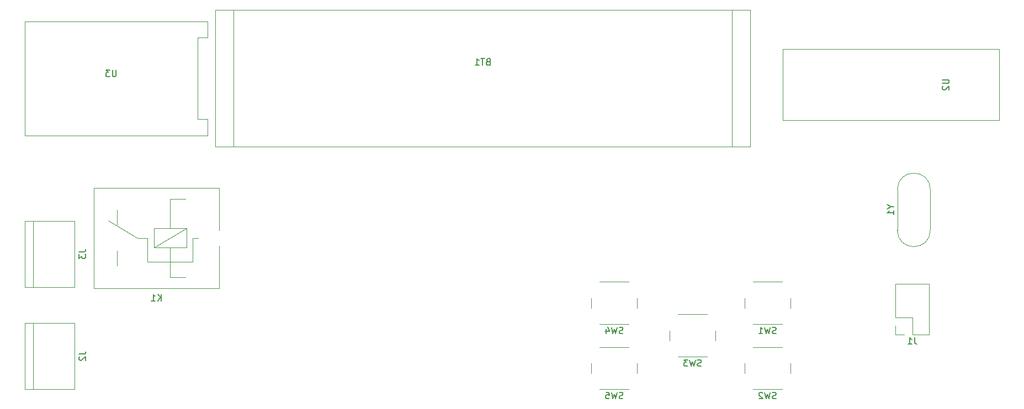
<source format=gbo>
G04 #@! TF.GenerationSoftware,KiCad,Pcbnew,5.1.5+dfsg1-2build2*
G04 #@! TF.CreationDate,2021-09-24T15:23:35+02:00*
G04 #@! TF.ProjectId,Plant care system,506c616e-7420-4636-9172-652073797374,rev?*
G04 #@! TF.SameCoordinates,Original*
G04 #@! TF.FileFunction,Legend,Bot*
G04 #@! TF.FilePolarity,Positive*
%FSLAX46Y46*%
G04 Gerber Fmt 4.6, Leading zero omitted, Abs format (unit mm)*
G04 Created by KiCad (PCBNEW 5.1.5+dfsg1-2build2) date 2021-09-24 15:23:35*
%MOMM*%
%LPD*%
G04 APERTURE LIST*
%ADD10C,0.120000*%
%ADD11C,0.150000*%
G04 APERTURE END LIST*
D10*
X80350000Y-41500000D02*
X80350000Y-29000000D01*
X81850000Y-41500000D02*
X80350000Y-41500000D01*
X81850000Y-44000000D02*
X81850000Y-41500000D01*
X80350000Y-44000000D02*
X81850000Y-44000000D01*
X81850000Y-29000000D02*
X80350000Y-29000000D01*
X81850000Y-26500000D02*
X81850000Y-29000000D01*
X80350000Y-26500000D02*
X81850000Y-26500000D01*
X53850000Y-26500000D02*
X53850000Y-44000000D01*
X80350000Y-26500000D02*
X53850000Y-26500000D01*
X53850000Y-44000000D02*
X80350000Y-44000000D01*
X165100000Y-24750000D02*
X162350000Y-24750000D01*
X165100000Y-45750000D02*
X165100000Y-24750000D01*
X162350000Y-45750000D02*
X165100000Y-45750000D01*
X83100000Y-24750000D02*
X85850000Y-24750000D01*
X83100000Y-45750000D02*
X83100000Y-24750000D01*
X85850000Y-45750000D02*
X83100000Y-45750000D01*
X85850000Y-24750000D02*
X85850000Y-45750000D01*
X162350000Y-24750000D02*
X85850000Y-24750000D01*
X162350000Y-45750000D02*
X162350000Y-24750000D01*
X85850000Y-45750000D02*
X162350000Y-45750000D01*
X203300000Y-30700000D02*
X170100000Y-30700000D01*
X170100000Y-30700000D02*
X170100000Y-41700000D01*
X170100000Y-41700000D02*
X203300000Y-41700000D01*
X203300000Y-41700000D02*
X203300000Y-30700000D01*
X187370000Y-66840000D02*
X192570000Y-66840000D01*
X187370000Y-71980000D02*
X187370000Y-66840000D01*
X192570000Y-74580000D02*
X192570000Y-66840000D01*
X187370000Y-71980000D02*
X189970000Y-71980000D01*
X189970000Y-71980000D02*
X189970000Y-74580000D01*
X189970000Y-74580000D02*
X192570000Y-74580000D01*
X187370000Y-73250000D02*
X187370000Y-74580000D01*
X187370000Y-74580000D02*
X188700000Y-74580000D01*
X83650000Y-60950000D02*
X83650000Y-67450000D01*
X83650000Y-52050000D02*
X83650000Y-58550000D01*
X83650000Y-52050000D02*
X64450000Y-52050000D01*
X64450000Y-52050000D02*
X64450000Y-67450000D01*
X64450000Y-67450000D02*
X83650000Y-67450000D01*
X67950000Y-64050000D02*
X67950000Y-61750000D01*
X67950000Y-55450000D02*
X67950000Y-57750000D01*
X78450000Y-65750000D02*
X76150000Y-65750000D01*
X79550000Y-59750000D02*
X80450000Y-59750000D01*
X76150000Y-53750000D02*
X78450000Y-53750000D01*
X72650000Y-59750000D02*
X71150000Y-59750000D01*
X71150000Y-59750000D02*
X66650000Y-57050000D01*
X72650000Y-63450000D02*
X79550000Y-63450000D01*
X72650000Y-59750000D02*
X72650000Y-63450000D01*
X79550000Y-59750000D02*
X79550000Y-63450000D01*
X76150000Y-53750000D02*
X76150000Y-58250000D01*
X76150000Y-61250000D02*
X76150000Y-65750000D01*
X73650000Y-61250000D02*
X78650000Y-58250000D01*
X78650000Y-61250000D02*
X78650000Y-58250000D01*
X78650000Y-58250000D02*
X73650000Y-58250000D01*
X73650000Y-58250000D02*
X73650000Y-61250000D01*
X73650000Y-61250000D02*
X78650000Y-61250000D01*
X165500000Y-66500000D02*
X170000000Y-66500000D01*
X164250000Y-70500000D02*
X164250000Y-69000000D01*
X170000000Y-73000000D02*
X165500000Y-73000000D01*
X171250000Y-69000000D02*
X171250000Y-70500000D01*
X171250000Y-79000000D02*
X171250000Y-80500000D01*
X170000000Y-83000000D02*
X165500000Y-83000000D01*
X164250000Y-80500000D02*
X164250000Y-79000000D01*
X165500000Y-76500000D02*
X170000000Y-76500000D01*
X159750000Y-74000000D02*
X159750000Y-75500000D01*
X158500000Y-78000000D02*
X154000000Y-78000000D01*
X152750000Y-75500000D02*
X152750000Y-74000000D01*
X154000000Y-71500000D02*
X158500000Y-71500000D01*
X142000000Y-66500000D02*
X146500000Y-66500000D01*
X140750000Y-70500000D02*
X140750000Y-69000000D01*
X146500000Y-73000000D02*
X142000000Y-73000000D01*
X147750000Y-69000000D02*
X147750000Y-70500000D01*
X142000000Y-76500000D02*
X146500000Y-76500000D01*
X140750000Y-80500000D02*
X140750000Y-79000000D01*
X146500000Y-83000000D02*
X142000000Y-83000000D01*
X147750000Y-79000000D02*
X147750000Y-80500000D01*
X187675000Y-52315000D02*
X187675000Y-58565000D01*
X192725000Y-52315000D02*
X192725000Y-58565000D01*
X192725000Y-52315000D02*
G75*
G03X187675000Y-52315000I-2525000J0D01*
G01*
X192725000Y-58565000D02*
G75*
G02X187675000Y-58565000I-2525000J0D01*
G01*
X55110000Y-72830000D02*
X55110000Y-82990000D01*
X53840000Y-72830000D02*
X61460000Y-72830000D01*
X61460000Y-72830000D02*
X61460000Y-82990000D01*
X61460000Y-82990000D02*
X53840000Y-82990000D01*
X53840000Y-82990000D02*
X53840000Y-72830000D01*
X55110000Y-57130000D02*
X55110000Y-67290000D01*
X53840000Y-57130000D02*
X61460000Y-57130000D01*
X61460000Y-57130000D02*
X61460000Y-67290000D01*
X61460000Y-67290000D02*
X53840000Y-67290000D01*
X53840000Y-67290000D02*
X53840000Y-57130000D01*
D11*
X67861904Y-33952380D02*
X67861904Y-34761904D01*
X67814285Y-34857142D01*
X67766666Y-34904761D01*
X67671428Y-34952380D01*
X67480952Y-34952380D01*
X67385714Y-34904761D01*
X67338095Y-34857142D01*
X67290476Y-34761904D01*
X67290476Y-33952380D01*
X66909523Y-33952380D02*
X66290476Y-33952380D01*
X66623809Y-34333333D01*
X66480952Y-34333333D01*
X66385714Y-34380952D01*
X66338095Y-34428571D01*
X66290476Y-34523809D01*
X66290476Y-34761904D01*
X66338095Y-34857142D01*
X66385714Y-34904761D01*
X66480952Y-34952380D01*
X66766666Y-34952380D01*
X66861904Y-34904761D01*
X66909523Y-34857142D01*
X124885714Y-32678571D02*
X124742857Y-32726190D01*
X124695238Y-32773809D01*
X124647619Y-32869047D01*
X124647619Y-33011904D01*
X124695238Y-33107142D01*
X124742857Y-33154761D01*
X124838095Y-33202380D01*
X125219047Y-33202380D01*
X125219047Y-32202380D01*
X124885714Y-32202380D01*
X124790476Y-32250000D01*
X124742857Y-32297619D01*
X124695238Y-32392857D01*
X124695238Y-32488095D01*
X124742857Y-32583333D01*
X124790476Y-32630952D01*
X124885714Y-32678571D01*
X125219047Y-32678571D01*
X124361904Y-32202380D02*
X123790476Y-32202380D01*
X124076190Y-33202380D02*
X124076190Y-32202380D01*
X122933333Y-33202380D02*
X123504761Y-33202380D01*
X123219047Y-33202380D02*
X123219047Y-32202380D01*
X123314285Y-32345238D01*
X123409523Y-32440476D01*
X123504761Y-32488095D01*
X194602380Y-35438095D02*
X195411904Y-35438095D01*
X195507142Y-35485714D01*
X195554761Y-35533333D01*
X195602380Y-35628571D01*
X195602380Y-35819047D01*
X195554761Y-35914285D01*
X195507142Y-35961904D01*
X195411904Y-36009523D01*
X194602380Y-36009523D01*
X194697619Y-36438095D02*
X194650000Y-36485714D01*
X194602380Y-36580952D01*
X194602380Y-36819047D01*
X194650000Y-36914285D01*
X194697619Y-36961904D01*
X194792857Y-37009523D01*
X194888095Y-37009523D01*
X195030952Y-36961904D01*
X195602380Y-36390476D01*
X195602380Y-37009523D01*
X190303333Y-75032380D02*
X190303333Y-75746666D01*
X190350952Y-75889523D01*
X190446190Y-75984761D01*
X190589047Y-76032380D01*
X190684285Y-76032380D01*
X189303333Y-76032380D02*
X189874761Y-76032380D01*
X189589047Y-76032380D02*
X189589047Y-75032380D01*
X189684285Y-75175238D01*
X189779523Y-75270476D01*
X189874761Y-75318095D01*
X74788095Y-69402380D02*
X74788095Y-68402380D01*
X74216666Y-69402380D02*
X74645238Y-68830952D01*
X74216666Y-68402380D02*
X74788095Y-68973809D01*
X73264285Y-69402380D02*
X73835714Y-69402380D01*
X73550000Y-69402380D02*
X73550000Y-68402380D01*
X73645238Y-68545238D01*
X73740476Y-68640476D01*
X73835714Y-68688095D01*
X169083333Y-74404761D02*
X168940476Y-74452380D01*
X168702380Y-74452380D01*
X168607142Y-74404761D01*
X168559523Y-74357142D01*
X168511904Y-74261904D01*
X168511904Y-74166666D01*
X168559523Y-74071428D01*
X168607142Y-74023809D01*
X168702380Y-73976190D01*
X168892857Y-73928571D01*
X168988095Y-73880952D01*
X169035714Y-73833333D01*
X169083333Y-73738095D01*
X169083333Y-73642857D01*
X169035714Y-73547619D01*
X168988095Y-73500000D01*
X168892857Y-73452380D01*
X168654761Y-73452380D01*
X168511904Y-73500000D01*
X168178571Y-73452380D02*
X167940476Y-74452380D01*
X167750000Y-73738095D01*
X167559523Y-74452380D01*
X167321428Y-73452380D01*
X166416666Y-74452380D02*
X166988095Y-74452380D01*
X166702380Y-74452380D02*
X166702380Y-73452380D01*
X166797619Y-73595238D01*
X166892857Y-73690476D01*
X166988095Y-73738095D01*
X169083333Y-84404761D02*
X168940476Y-84452380D01*
X168702380Y-84452380D01*
X168607142Y-84404761D01*
X168559523Y-84357142D01*
X168511904Y-84261904D01*
X168511904Y-84166666D01*
X168559523Y-84071428D01*
X168607142Y-84023809D01*
X168702380Y-83976190D01*
X168892857Y-83928571D01*
X168988095Y-83880952D01*
X169035714Y-83833333D01*
X169083333Y-83738095D01*
X169083333Y-83642857D01*
X169035714Y-83547619D01*
X168988095Y-83500000D01*
X168892857Y-83452380D01*
X168654761Y-83452380D01*
X168511904Y-83500000D01*
X168178571Y-83452380D02*
X167940476Y-84452380D01*
X167750000Y-83738095D01*
X167559523Y-84452380D01*
X167321428Y-83452380D01*
X166988095Y-83547619D02*
X166940476Y-83500000D01*
X166845238Y-83452380D01*
X166607142Y-83452380D01*
X166511904Y-83500000D01*
X166464285Y-83547619D01*
X166416666Y-83642857D01*
X166416666Y-83738095D01*
X166464285Y-83880952D01*
X167035714Y-84452380D01*
X166416666Y-84452380D01*
X157583333Y-79404761D02*
X157440476Y-79452380D01*
X157202380Y-79452380D01*
X157107142Y-79404761D01*
X157059523Y-79357142D01*
X157011904Y-79261904D01*
X157011904Y-79166666D01*
X157059523Y-79071428D01*
X157107142Y-79023809D01*
X157202380Y-78976190D01*
X157392857Y-78928571D01*
X157488095Y-78880952D01*
X157535714Y-78833333D01*
X157583333Y-78738095D01*
X157583333Y-78642857D01*
X157535714Y-78547619D01*
X157488095Y-78500000D01*
X157392857Y-78452380D01*
X157154761Y-78452380D01*
X157011904Y-78500000D01*
X156678571Y-78452380D02*
X156440476Y-79452380D01*
X156250000Y-78738095D01*
X156059523Y-79452380D01*
X155821428Y-78452380D01*
X155535714Y-78452380D02*
X154916666Y-78452380D01*
X155250000Y-78833333D01*
X155107142Y-78833333D01*
X155011904Y-78880952D01*
X154964285Y-78928571D01*
X154916666Y-79023809D01*
X154916666Y-79261904D01*
X154964285Y-79357142D01*
X155011904Y-79404761D01*
X155107142Y-79452380D01*
X155392857Y-79452380D01*
X155488095Y-79404761D01*
X155535714Y-79357142D01*
X145583333Y-74404761D02*
X145440476Y-74452380D01*
X145202380Y-74452380D01*
X145107142Y-74404761D01*
X145059523Y-74357142D01*
X145011904Y-74261904D01*
X145011904Y-74166666D01*
X145059523Y-74071428D01*
X145107142Y-74023809D01*
X145202380Y-73976190D01*
X145392857Y-73928571D01*
X145488095Y-73880952D01*
X145535714Y-73833333D01*
X145583333Y-73738095D01*
X145583333Y-73642857D01*
X145535714Y-73547619D01*
X145488095Y-73500000D01*
X145392857Y-73452380D01*
X145154761Y-73452380D01*
X145011904Y-73500000D01*
X144678571Y-73452380D02*
X144440476Y-74452380D01*
X144250000Y-73738095D01*
X144059523Y-74452380D01*
X143821428Y-73452380D01*
X143011904Y-73785714D02*
X143011904Y-74452380D01*
X143250000Y-73404761D02*
X143488095Y-74119047D01*
X142869047Y-74119047D01*
X145583333Y-84404761D02*
X145440476Y-84452380D01*
X145202380Y-84452380D01*
X145107142Y-84404761D01*
X145059523Y-84357142D01*
X145011904Y-84261904D01*
X145011904Y-84166666D01*
X145059523Y-84071428D01*
X145107142Y-84023809D01*
X145202380Y-83976190D01*
X145392857Y-83928571D01*
X145488095Y-83880952D01*
X145535714Y-83833333D01*
X145583333Y-83738095D01*
X145583333Y-83642857D01*
X145535714Y-83547619D01*
X145488095Y-83500000D01*
X145392857Y-83452380D01*
X145154761Y-83452380D01*
X145011904Y-83500000D01*
X144678571Y-83452380D02*
X144440476Y-84452380D01*
X144250000Y-83738095D01*
X144059523Y-84452380D01*
X143821428Y-83452380D01*
X142964285Y-83452380D02*
X143440476Y-83452380D01*
X143488095Y-83928571D01*
X143440476Y-83880952D01*
X143345238Y-83833333D01*
X143107142Y-83833333D01*
X143011904Y-83880952D01*
X142964285Y-83928571D01*
X142916666Y-84023809D01*
X142916666Y-84261904D01*
X142964285Y-84357142D01*
X143011904Y-84404761D01*
X143107142Y-84452380D01*
X143345238Y-84452380D01*
X143440476Y-84404761D01*
X143488095Y-84357142D01*
X186651190Y-54963809D02*
X187127380Y-54963809D01*
X186127380Y-54630476D02*
X186651190Y-54963809D01*
X186127380Y-55297142D01*
X187127380Y-56154285D02*
X187127380Y-55582857D01*
X187127380Y-55868571D02*
X186127380Y-55868571D01*
X186270238Y-55773333D01*
X186365476Y-55678095D01*
X186413095Y-55582857D01*
X62182380Y-77576666D02*
X62896666Y-77576666D01*
X63039523Y-77529047D01*
X63134761Y-77433809D01*
X63182380Y-77290952D01*
X63182380Y-77195714D01*
X62277619Y-78005238D02*
X62230000Y-78052857D01*
X62182380Y-78148095D01*
X62182380Y-78386190D01*
X62230000Y-78481428D01*
X62277619Y-78529047D01*
X62372857Y-78576666D01*
X62468095Y-78576666D01*
X62610952Y-78529047D01*
X63182380Y-77957619D01*
X63182380Y-78576666D01*
X62182380Y-61876666D02*
X62896666Y-61876666D01*
X63039523Y-61829047D01*
X63134761Y-61733809D01*
X63182380Y-61590952D01*
X63182380Y-61495714D01*
X62182380Y-62257619D02*
X62182380Y-62876666D01*
X62563333Y-62543333D01*
X62563333Y-62686190D01*
X62610952Y-62781428D01*
X62658571Y-62829047D01*
X62753809Y-62876666D01*
X62991904Y-62876666D01*
X63087142Y-62829047D01*
X63134761Y-62781428D01*
X63182380Y-62686190D01*
X63182380Y-62400476D01*
X63134761Y-62305238D01*
X63087142Y-62257619D01*
M02*

</source>
